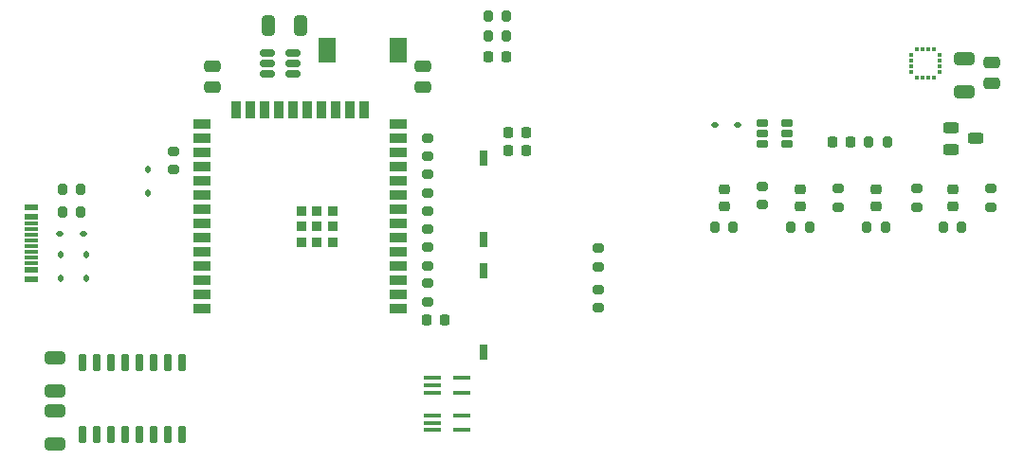
<source format=gbr>
%TF.GenerationSoftware,KiCad,Pcbnew,8.0.8*%
%TF.CreationDate,2025-02-13T18:12:52+13:00*%
%TF.ProjectId,Intelliwatch-Mk-II,496e7465-6c6c-4697-9761-7463682d4d6b,1.?*%
%TF.SameCoordinates,Original*%
%TF.FileFunction,Paste,Top*%
%TF.FilePolarity,Positive*%
%FSLAX46Y46*%
G04 Gerber Fmt 4.6, Leading zero omitted, Abs format (unit mm)*
G04 Created by KiCad (PCBNEW 8.0.8) date 2025-02-13 18:12:52*
%MOMM*%
%LPD*%
G01*
G04 APERTURE LIST*
G04 Aperture macros list*
%AMRoundRect*
0 Rectangle with rounded corners*
0 $1 Rounding radius*
0 $2 $3 $4 $5 $6 $7 $8 $9 X,Y pos of 4 corners*
0 Add a 4 corners polygon primitive as box body*
4,1,4,$2,$3,$4,$5,$6,$7,$8,$9,$2,$3,0*
0 Add four circle primitives for the rounded corners*
1,1,$1+$1,$2,$3*
1,1,$1+$1,$4,$5*
1,1,$1+$1,$6,$7*
1,1,$1+$1,$8,$9*
0 Add four rect primitives between the rounded corners*
20,1,$1+$1,$2,$3,$4,$5,0*
20,1,$1+$1,$4,$5,$6,$7,0*
20,1,$1+$1,$6,$7,$8,$9,0*
20,1,$1+$1,$8,$9,$2,$3,0*%
G04 Aperture macros list end*
%ADD10RoundRect,0.200000X-0.200000X-0.275000X0.200000X-0.275000X0.200000X0.275000X-0.200000X0.275000X0*%
%ADD11R,0.660400X1.422400*%
%ADD12RoundRect,0.250000X-0.475000X0.250000X-0.475000X-0.250000X0.475000X-0.250000X0.475000X0.250000X0*%
%ADD13RoundRect,0.200000X0.200000X0.275000X-0.200000X0.275000X-0.200000X-0.275000X0.200000X-0.275000X0*%
%ADD14RoundRect,0.218750X-0.256250X0.218750X-0.256250X-0.218750X0.256250X-0.218750X0.256250X0.218750X0*%
%ADD15RoundRect,0.225000X-0.225000X-0.250000X0.225000X-0.250000X0.225000X0.250000X-0.225000X0.250000X0*%
%ADD16RoundRect,0.112500X0.112500X-0.187500X0.112500X0.187500X-0.112500X0.187500X-0.112500X-0.187500X0*%
%ADD17RoundRect,0.200000X0.275000X-0.200000X0.275000X0.200000X-0.275000X0.200000X-0.275000X-0.200000X0*%
%ADD18RoundRect,0.200000X-0.275000X0.200000X-0.275000X-0.200000X0.275000X-0.200000X0.275000X0.200000X0*%
%ADD19RoundRect,0.250000X-0.325000X-0.650000X0.325000X-0.650000X0.325000X0.650000X-0.325000X0.650000X0*%
%ADD20RoundRect,0.150000X-0.512500X-0.150000X0.512500X-0.150000X0.512500X0.150000X-0.512500X0.150000X0*%
%ADD21RoundRect,0.112500X0.187500X0.112500X-0.187500X0.112500X-0.187500X-0.112500X0.187500X-0.112500X0*%
%ADD22RoundRect,0.112500X-0.187500X-0.112500X0.187500X-0.112500X0.187500X0.112500X-0.187500X0.112500X0*%
%ADD23RoundRect,0.162500X-0.367500X-0.162500X0.367500X-0.162500X0.367500X0.162500X-0.367500X0.162500X0*%
%ADD24R,1.500000X2.200000*%
%ADD25RoundRect,0.100000X-0.650000X-0.100000X0.650000X-0.100000X0.650000X0.100000X-0.650000X0.100000X0*%
%ADD26RoundRect,0.112500X-0.112500X0.187500X-0.112500X-0.187500X0.112500X-0.187500X0.112500X0.187500X0*%
%ADD27RoundRect,0.250000X-0.450000X-0.250000X0.450000X-0.250000X0.450000X0.250000X-0.450000X0.250000X0*%
%ADD28R,1.240000X0.600000*%
%ADD29R,1.240000X0.300000*%
%ADD30RoundRect,0.250000X0.650000X-0.325000X0.650000X0.325000X-0.650000X0.325000X-0.650000X-0.325000X0*%
%ADD31RoundRect,0.218750X-0.218750X-0.256250X0.218750X-0.256250X0.218750X0.256250X-0.218750X0.256250X0*%
%ADD32R,0.450000X0.300000*%
%ADD33R,0.300000X0.450000*%
%ADD34RoundRect,0.150000X0.150000X-0.650000X0.150000X0.650000X-0.150000X0.650000X-0.150000X-0.650000X0*%
%ADD35R,1.500000X0.900000*%
%ADD36R,0.900000X1.500000*%
%ADD37R,0.900000X0.900000*%
%ADD38RoundRect,0.250000X-0.650000X0.325000X-0.650000X-0.325000X0.650000X-0.325000X0.650000X0.325000X0*%
G04 APERTURE END LIST*
D10*
%TO.C,R4*%
X80175000Y-60600000D03*
X81825000Y-60600000D03*
%TD*%
D11*
%TO.C,SW8*%
X117750000Y-67850000D03*
X117750000Y-75139800D03*
%TD*%
D12*
%TO.C,C3*%
X93600000Y-49550000D03*
X93600000Y-51450000D03*
%TD*%
%TO.C,C9*%
X163150000Y-49200000D03*
X163150000Y-51100000D03*
%TD*%
D10*
%TO.C,R5*%
X80175000Y-62600000D03*
X81825000Y-62600000D03*
%TD*%
D13*
%TO.C,R9*%
X119825000Y-45100000D03*
X118175000Y-45100000D03*
%TD*%
D14*
%TO.C,D11*%
X139250000Y-60562500D03*
X139250000Y-62137500D03*
%TD*%
D15*
%TO.C,C7*%
X120025000Y-57100000D03*
X121575000Y-57100000D03*
%TD*%
D16*
%TO.C,D1*%
X87800000Y-60900000D03*
X87800000Y-58800000D03*
%TD*%
D17*
%TO.C,R13*%
X163050000Y-62175000D03*
X163050000Y-60525000D03*
%TD*%
D18*
%TO.C,R12*%
X112750000Y-62500000D03*
X112750000Y-64150000D03*
%TD*%
D19*
%TO.C,C8*%
X98525000Y-45900000D03*
X101475000Y-45900000D03*
%TD*%
D18*
%TO.C,R23*%
X128050000Y-65850000D03*
X128050000Y-67500000D03*
%TD*%
D20*
%TO.C,U7*%
X98462500Y-48350000D03*
X98462500Y-49300000D03*
X98462500Y-50250000D03*
X100737500Y-50250000D03*
X100737500Y-49300000D03*
X100737500Y-48350000D03*
%TD*%
D14*
%TO.C,D8*%
X159650000Y-60562500D03*
X159650000Y-62137500D03*
%TD*%
D17*
%TO.C,R16*%
X142650000Y-61975000D03*
X142650000Y-60325000D03*
%TD*%
%TO.C,R22*%
X128050000Y-71175000D03*
X128050000Y-69525000D03*
%TD*%
D21*
%TO.C,D3*%
X140500000Y-54850000D03*
X138400000Y-54850000D03*
%TD*%
D17*
%TO.C,R15*%
X149450000Y-62175000D03*
X149450000Y-60525000D03*
%TD*%
D22*
%TO.C,D5*%
X79974900Y-64600000D03*
X82074900Y-64600000D03*
%TD*%
D23*
%TO.C,U2*%
X142650000Y-54650000D03*
X142650000Y-55600000D03*
X142650000Y-56550000D03*
X144850000Y-56550000D03*
X144850000Y-55600000D03*
X144850000Y-54650000D03*
%TD*%
D11*
%TO.C,SW2*%
X117750000Y-57810200D03*
X117750000Y-65100000D03*
%TD*%
D24*
%TO.C,L1*%
X103800000Y-48100000D03*
X110200000Y-48100000D03*
%TD*%
D18*
%TO.C,R11*%
X112750000Y-59250000D03*
X112750000Y-60900000D03*
%TD*%
D10*
%TO.C,R8*%
X118175000Y-46900000D03*
X119825000Y-46900000D03*
%TD*%
D25*
%TO.C,U4*%
X113170000Y-77450000D03*
X113170000Y-78100000D03*
X113170000Y-78750000D03*
X115830000Y-78750000D03*
X115830000Y-77450000D03*
%TD*%
D26*
%TO.C,D6*%
X82274900Y-66430000D03*
X82274900Y-68530000D03*
%TD*%
D27*
%TO.C,Q1*%
X159500000Y-55100000D03*
X159500000Y-57000000D03*
X161700000Y-56050000D03*
%TD*%
D15*
%TO.C,C10*%
X118225000Y-48700000D03*
X119775000Y-48700000D03*
%TD*%
D28*
%TO.C,J3*%
X77400000Y-62220000D03*
X77400000Y-63020000D03*
D29*
X77400000Y-64170000D03*
X77400000Y-65170000D03*
X77400000Y-65670000D03*
X77400000Y-66670000D03*
D28*
X77400000Y-67820000D03*
X77400000Y-68620000D03*
X77400000Y-68620000D03*
X77400000Y-67820000D03*
D29*
X77400000Y-67170000D03*
X77400000Y-66170000D03*
X77400000Y-64670000D03*
X77400000Y-63670000D03*
D28*
X77400000Y-63020000D03*
X77400000Y-62220000D03*
%TD*%
D14*
%TO.C,D10*%
X146050000Y-60562500D03*
X146050000Y-62137500D03*
%TD*%
D18*
%TO.C,R10*%
X112750000Y-56000000D03*
X112750000Y-57650000D03*
%TD*%
D10*
%TO.C,R20*%
X138425000Y-63950000D03*
X140075000Y-63950000D03*
%TD*%
D13*
%TO.C,R17*%
X160475000Y-63950000D03*
X158825000Y-63950000D03*
%TD*%
D12*
%TO.C,C12*%
X112400000Y-49550000D03*
X112400000Y-51450000D03*
%TD*%
D30*
%TO.C,C4*%
X79500000Y-78575000D03*
X79500000Y-75625000D03*
%TD*%
D15*
%TO.C,C2*%
X120025000Y-55500000D03*
X121575000Y-55500000D03*
%TD*%
D13*
%TO.C,R24*%
X153825000Y-56312500D03*
X152175000Y-56312500D03*
%TD*%
D25*
%TO.C,U5*%
X113170000Y-80820000D03*
X113170000Y-81470000D03*
X113170000Y-82120000D03*
X115830000Y-82120000D03*
X115830000Y-80820000D03*
%TD*%
D13*
%TO.C,R19*%
X146875000Y-63950000D03*
X145225000Y-63950000D03*
%TD*%
D31*
%TO.C,D12*%
X148962500Y-56312500D03*
X150537500Y-56312500D03*
%TD*%
D30*
%TO.C,C13*%
X160750000Y-51825000D03*
X160750000Y-48875000D03*
%TD*%
D15*
%TO.C,C14*%
X112725000Y-72250000D03*
X114275000Y-72250000D03*
%TD*%
D32*
%TO.C,U8*%
X155975000Y-48600000D03*
X155975000Y-49100000D03*
X155975000Y-49600000D03*
X155975000Y-50100000D03*
D33*
X156500000Y-50625000D03*
X157000000Y-50625000D03*
X157500000Y-50625000D03*
X158000000Y-50625000D03*
D32*
X158525000Y-50100000D03*
X158525000Y-49600000D03*
X158525000Y-49100000D03*
X158525000Y-48600000D03*
D33*
X158000000Y-48075000D03*
X157500000Y-48075000D03*
X157000000Y-48075000D03*
X156500000Y-48075000D03*
%TD*%
D34*
%TO.C,U6*%
X81955000Y-82550000D03*
X83225000Y-82550000D03*
X84495000Y-82550000D03*
X85765000Y-82550000D03*
X87035000Y-82550000D03*
X88305000Y-82550000D03*
X89575000Y-82550000D03*
X90845000Y-82550000D03*
X90845000Y-76050000D03*
X89575000Y-76050000D03*
X88305000Y-76050000D03*
X87035000Y-76050000D03*
X85765000Y-76050000D03*
X84495000Y-76050000D03*
X83225000Y-76050000D03*
X81955000Y-76050000D03*
%TD*%
D14*
%TO.C,D9*%
X152850000Y-60562500D03*
X152850000Y-62137500D03*
%TD*%
D26*
%TO.C,D2*%
X80024900Y-66430000D03*
X80024900Y-68530000D03*
%TD*%
D17*
%TO.C,R21*%
X112750000Y-70625000D03*
X112750000Y-68975000D03*
%TD*%
D35*
%TO.C,U9*%
X110150000Y-71260000D03*
X110150000Y-69990000D03*
X110150000Y-68720000D03*
X110150000Y-67450000D03*
X110150000Y-66180000D03*
X110150000Y-64910000D03*
X110150000Y-63640000D03*
X110150000Y-62370000D03*
X110150000Y-61100000D03*
X110150000Y-59830000D03*
X110150000Y-58560000D03*
X110150000Y-57290000D03*
X110150000Y-56020000D03*
X110150000Y-54750000D03*
D36*
X107115000Y-53500000D03*
X105845000Y-53500000D03*
X104575000Y-53500000D03*
X103305000Y-53500000D03*
X102035000Y-53500000D03*
X100765000Y-53500000D03*
X99495000Y-53500000D03*
X98225000Y-53500000D03*
X96955000Y-53500000D03*
X95685000Y-53500000D03*
D35*
X92650000Y-54750000D03*
X92650000Y-56020000D03*
X92650000Y-57290000D03*
X92650000Y-58560000D03*
X92650000Y-59830000D03*
X92650000Y-61100000D03*
X92650000Y-62370000D03*
X92650000Y-63640000D03*
X92650000Y-64910000D03*
X92650000Y-66180000D03*
X92650000Y-67450000D03*
X92650000Y-68720000D03*
X92650000Y-69990000D03*
X92650000Y-71260000D03*
D37*
X104300000Y-65320000D03*
X104300000Y-63920000D03*
X104300000Y-62520000D03*
X102900000Y-65320000D03*
X102900000Y-63920000D03*
X102900000Y-62520000D03*
X101500000Y-65320000D03*
X101500000Y-63920000D03*
X101500000Y-62520000D03*
%TD*%
D18*
%TO.C,R6*%
X112750000Y-65750000D03*
X112750000Y-67400000D03*
%TD*%
D38*
%TO.C,C5*%
X79500000Y-80375000D03*
X79500000Y-83325000D03*
%TD*%
D17*
%TO.C,R14*%
X156450000Y-62175000D03*
X156450000Y-60525000D03*
%TD*%
%TO.C,R7*%
X90100000Y-58825000D03*
X90100000Y-57175000D03*
%TD*%
D13*
%TO.C,R18*%
X153675000Y-63950000D03*
X152025000Y-63950000D03*
%TD*%
M02*

</source>
